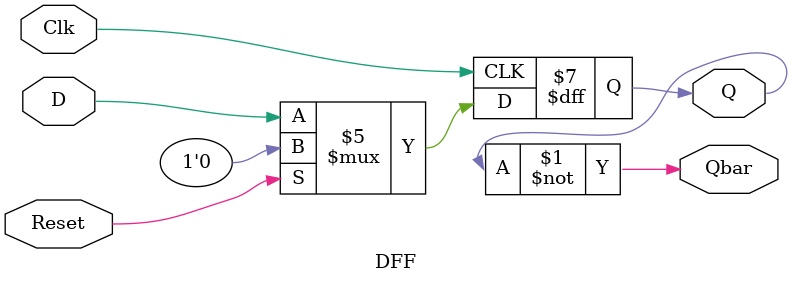
<source format=v>
`timescale 1ns / 1ps


module DFF( 
    output reg Q,
    output Qbar,
    input D,
    input Clk,
    input Reset
    );
    assign Qbar = ~Q; 
    always @(posedge Clk) 
    begin 
     if (Reset == 1'b1) //If not at reset 
      Q <= 1'b0;
     else 
      Q <= D;
    end 
endmodule
</source>
